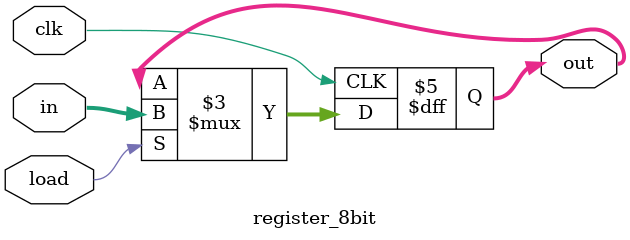
<source format=v>
`timescale 1ns / 1ps


module register_8bit
    (
        input       [7:0] in,
        input       clk, load,
        output reg  [7:0] out
    );
    
    always @(posedge clk) begin
        if (load) out <= in; 
        else out <= out;
    end
    
endmodule

</source>
